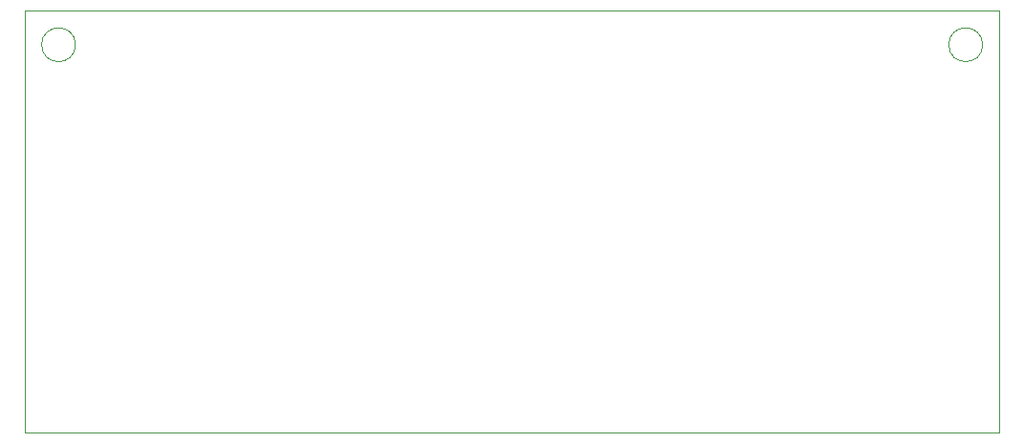
<source format=gbp>
G04 #@! TF.GenerationSoftware,KiCad,Pcbnew,(5.1.12)-1*
G04 #@! TF.CreationDate,2024-01-22T15:17:36+02:00*
G04 #@! TF.ProjectId,CaliperPCB,43616c69-7065-4725-9043-422e6b696361,rev?*
G04 #@! TF.SameCoordinates,Original*
G04 #@! TF.FileFunction,Paste,Bot*
G04 #@! TF.FilePolarity,Positive*
%FSLAX46Y46*%
G04 Gerber Fmt 4.6, Leading zero omitted, Abs format (unit mm)*
G04 Created by KiCad (PCBNEW (5.1.12)-1) date 2024-01-22 15:17:36*
%MOMM*%
%LPD*%
G01*
G04 APERTURE LIST*
G04 #@! TA.AperFunction,Profile*
%ADD10C,0.050000*%
G04 #@! TD*
G04 APERTURE END LIST*
D10*
X118170000Y-87000000D02*
G75*
G03*
X118170000Y-87000000I-1500000J0D01*
G01*
X198500000Y-87000000D02*
G75*
G03*
X198500000Y-87000000I-1500000J0D01*
G01*
X200000000Y-121356000D02*
X200000000Y-84000000D01*
X113670000Y-84000000D02*
X200000000Y-84000000D01*
X113670000Y-121356000D02*
X113670000Y-84000000D01*
X200000000Y-121356000D02*
X113670000Y-121356000D01*
M02*

</source>
